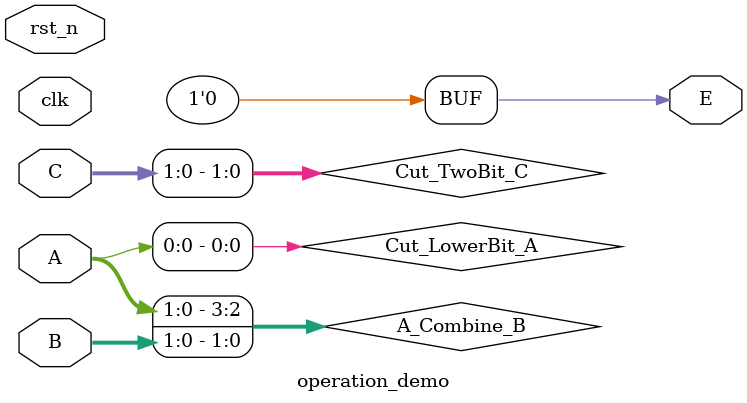
<source format=v>



//[UHDL]Key Start [md5:bb2b7214ebcd560d16d39d26f840dc49]
//Version Control Hash: 3accddf64b1dd03abeb9b0b3e5a7ba44
//Content Hash: 52de3cee23d2812bc32beb1e73bceb70
//Parameter Hash: d41d8cd98f00b204e9800998ecf8427e
//[UHDL]Key End [md5:bb2b7214ebcd560d16d39d26f840dc49]

//[UHDL]Version Control Start [md5:3accddf64b1dd03abeb9b0b3e5a7ba44]
//[UHDL]Version Control Version:1.0.1
//[UHDL]Version Control End [md5:3accddf64b1dd03abeb9b0b3e5a7ba44]

//[UHDL]Tool Message Start [md5:a33172b3d6668ee075183e4888187e45]
//Written by UHDL in 2023-07-07 01:19:39
//[UHDL]Tool Message End [md5:a33172b3d6668ee075183e4888187e45]

//[UHDL]User Message Start [md5:d41d8cd98f00b204e9800998ecf8427e]

//[UHDL]User Message End [md5:d41d8cd98f00b204e9800998ecf8427e]

//[UHDL]Content Start [md5:52de3cee23d2812bc32beb1e73bceb70]
module operation_demo (
	input        clk  ,
	input        rst_n,
	input  [1:0] A    ,
	input  [1:0] B    ,
	input  [3:0] C    ,
	output       E    );
	wire [0:0] Cut_LowerBit_A;
	wire [1:0] Cut_TwoBit_C  ;
	wire [0:0] A_Or_B        ;
	wire [0:0] A_And_B       ;
	wire [0:0] Not_A         ;
	wire [1:0] A_BitOr_B     ;
	wire [1:0] A_BitAnd_B    ;
	wire [1:0] Inverse_A     ;
	wire [3:0] A_Combine_B   ;
	reg  [0:0] demo_w        ;
	reg  [0:0] demo_r        ;
	assign E = 1'b0;
	
	assign Cut_LowerBit_A = A[0:0];
	
	assign Cut_TwoBit_C = C[1:0];
	
	assign A_Or_B = (A[0:0] || B[1:1]);
	
	assign A_And_B = (A[0:0] && B[1:1]);
	
	assign Not_A = (!A);
	
	assign A_BitOr_B = (A | B);
	
	assign A_BitAnd_B = (A & B);
	
	assign Inverse_A = (~A);
	
	assign A_Combine_B = {A, B};
	
	always @(*) begin
	    if((A == B)) demo_w = C[1:1];
	    else demo_w = C[0:0];
	end
	
	always @(posedge clk or negedge rst_n) begin
	    if(~rst_n) demo_r <= 1'b0;
	    else begin
	        if((A == B)) demo_r <= C[1:1];
	        else demo_r <= C[0:0];
	    end
	end
	

endmodule
//[UHDL]Content End [md5:52de3cee23d2812bc32beb1e73bceb70]

//[UHDL]Parameter Start [md5:d41d8cd98f00b204e9800998ecf8427e]

//[UHDL]Parameter End [md5:d41d8cd98f00b204e9800998ecf8427e]


</source>
